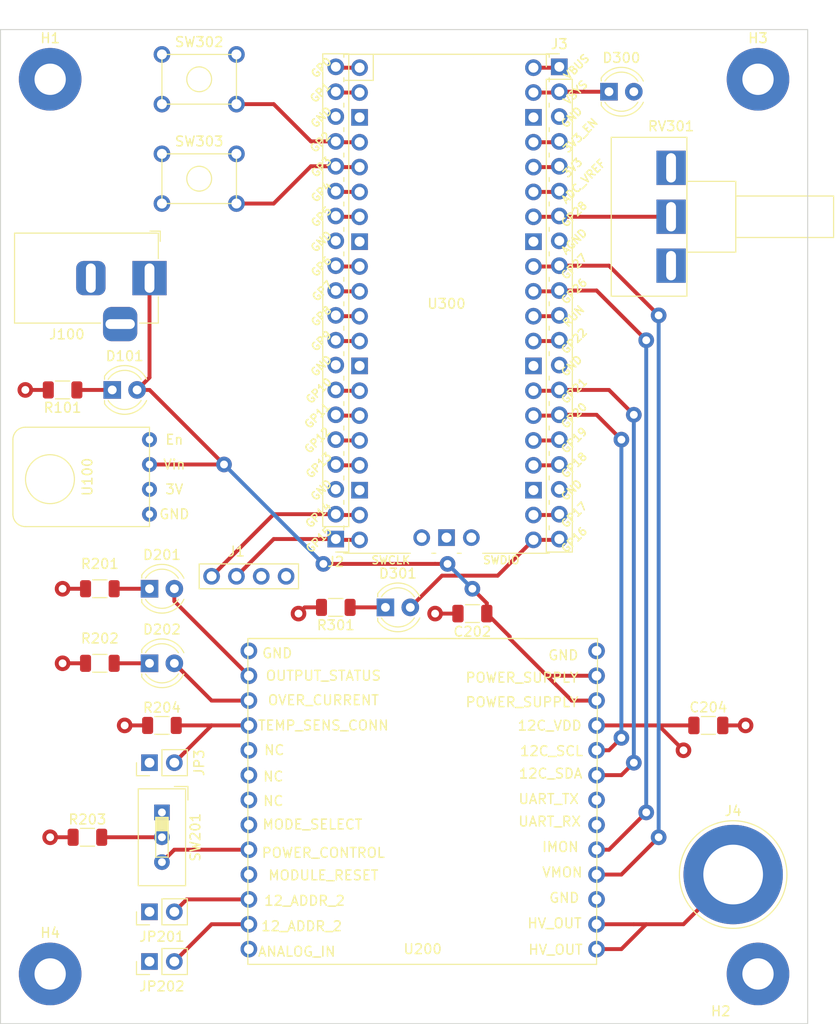
<source format=kicad_pcb>
(kicad_pcb (version 20171130) (host pcbnew "(5.1.10)-1")
  (layers (0 F.Cu signal) (1 GND power hide) (2 PWR power) (31 B.Cu signal) (34 B.Paste user) (35 F.Paste user) (36 B.SilkS user) (37 F.SilkS user) (38 B.Mask user) (39 F.Mask user) (44 Edge.Cuts user))
  (net 0 "")
  (net 1 GND)
  (net 2 VSS)
  (net 3 VCC)
  (net 4 "Net-(D101-Pad1)")
  (net 5 "Net-(D201-Pad2)")
  (net 6 "Net-(D201-Pad1)")
  (net 7 "Net-(D202-Pad2)")
  (net 8 "Net-(D202-Pad1)")
  (net 9 "Net-(D300-Pad1)")
  (net 10 "Net-(D301-Pad2)")
  (net 11 "Net-(D301-Pad1)")
  (net 12 "Net-(J1-Pad4)")
  (net 13 "Net-(J1-Pad3)")
  (net 14 "Net-(JP3-Pad2)")
  (net 15 "Net-(JP201-Pad2)")
  (net 16 "Net-(JP202-Pad2)")
  (net 17 "Net-(R203-Pad2)")
  (net 18 "Net-(SW201-Pad2)")
  (net 19 "Net-(U100-Pad1)")
  (net 20 "Net-(U200-Pad19)")
  (net 21 "Net-(U200-Pad20)")
  (net 22 "Net-(U200-Pad13)")
  (net 23 "Net-(U200-Pad10)")
  (net 24 "Net-(U200-Pad7)")
  (net 25 "Net-(U200-Pad6)")
  (net 26 "Net-(U200-Pad5)")
  (net 27 "Net-(U300-Pad43)")
  (net 28 "Net-(U300-Pad42)")
  (net 29 "Net-(U300-Pad41)")
  (net 30 "Net-(J2-Pad20)")
  (net 31 "Net-(J2-Pad19)")
  (net 32 "Net-(J2-Pad17)")
  (net 33 "Net-(J2-Pad16)")
  (net 34 "Net-(J2-Pad15)")
  (net 35 "Net-(J2-Pad14)")
  (net 36 "Net-(J2-Pad12)")
  (net 37 "Net-(J2-Pad11)")
  (net 38 "Net-(J2-Pad10)")
  (net 39 "Net-(J2-Pad9)")
  (net 40 "Net-(J2-Pad7)")
  (net 41 "Net-(J2-Pad6)")
  (net 42 "Net-(J2-Pad5)")
  (net 43 "Net-(J2-Pad4)")
  (net 44 "Net-(J3-Pad19)")
  (net 45 "Net-(J3-Pad17)")
  (net 46 "Net-(J3-Pad16)")
  (net 47 "Net-(J3-Pad15)")
  (net 48 "Net-(J3-Pad14)")
  (net 49 "Net-(J3-Pad12)")
  (net 50 "Net-(J3-Pad11)")
  (net 51 "Net-(J3-Pad10)")
  (net 52 "Net-(J3-Pad9)")
  (net 53 "Net-(J3-Pad7)")
  (net 54 "Net-(J3-Pad6)")
  (net 55 "Net-(J3-Pad5)")
  (net 56 "Net-(J3-Pad4)")
  (net 57 "Net-(J3-Pad1)")
  (net 58 "Net-(J4-Pad1)")
  (module MountingHole:MountingHole_3.2mm_M3_Pad (layer F.Cu) (at 68.58 152.4)
    (fp_text reference H4 (at 0 -4.2) (layer F.SilkS))
    (fp_text value MountingHole_Pad)
    (pad 1 thru_hole circle (at 0 0) (size 6.4 6.4) (drill 3.2) (layers *.Cu *.Mask) (net 1 GND))
  )
  (module MountingHole:MountingHole_3.2mm_M3_Pad (layer F.Cu) (at 140.97 60.96)
    (fp_text reference H3 (at 0 -4.2) (layer F.SilkS))
    (fp_text value MountingHole_Pad)
    (pad 1 thru_hole circle (at 0 0) (size 6.4 6.4) (drill 3.2) (layers *.Cu *.Mask) (net 1 GND))
  )
  (module MountingHole:MountingHole_3.2mm_M3_Pad (layer F.Cu) (at 140.97 152.4)
    (fp_text reference H2 (at -3.81 3.81) (layer F.SilkS))
    (fp_text value MountingHole_Pad)
    (pad 1 thru_hole circle (at 0 0) (size 6.4 6.4) (drill 3.2) (layers *.Cu *.Mask) (net 1 GND))
  )
  (module MountingHole:MountingHole_3.2mm_M3_Pad (layer F.Cu) (at 68.58 60.96)
    (fp_text reference H1 (at 0 -4.2) (layer F.SilkS))
    (fp_text value MountingHole_Pad)
    (pad 1 thru_hole circle (at 0 0) (size 6.4 6.4) (drill 3.2) (layers *.Cu *.Mask) (net 1 GND))
  )
  (module A7585-test-board:PUSH_BUTTON (layer F.Cu) (at 82.55 71.12 90)
    (fp_text reference SW303 (at 3.81 1.27 180) (layer F.SilkS))
    (fp_text value SW_Push_SPDT)
    (pad 2 thru_hole oval (at -2.54 5.08 90) (size 1.7 1.7) (drill 1.02) (layers *.Cu *.Mask) (net 33 "Net-(J2-Pad16)"))
    (pad 3 thru_hole oval (at 2.54 5.08 90) (size 1.7 1.7) (drill 1.02) (layers *.Cu *.Mask) (net 3 VCC))
    (pad 4 thru_hole oval (at 2.54 -2.54 90) (size 1.7 1.7) (drill 1.02) (layers *.Cu *.Mask))
    (pad 1 thru_hole oval (at -2.54 -2.54 90) (size 1.7 1.7) (drill 1.02) (layers *.Cu *.Mask) (net 1 GND))
  )
  (module A7585-test-board:PUSH_BUTTON (layer F.Cu) (at 82.55 60.96 90)
    (fp_text reference SW302 (at 3.81 1.27 180) (layer F.SilkS))
    (fp_text value SW_Push_SPDT)
    (pad 2 thru_hole oval (at -2.54 5.08 90) (size 1.7 1.7) (drill 1.02) (layers *.Cu *.Mask) (net 32 "Net-(J2-Pad17)"))
    (pad 3 thru_hole oval (at 2.54 5.08 90) (size 1.7 1.7) (drill 1.02) (layers *.Cu *.Mask) (net 3 VCC))
    (pad 4 thru_hole oval (at 2.54 -2.54 90) (size 1.7 1.7) (drill 1.02) (layers *.Cu *.Mask))
    (pad 1 thru_hole oval (at -2.54 -2.54 90) (size 1.7 1.7) (drill 1.02) (layers *.Cu *.Mask) (net 1 GND))
  )
  (module A7585-test-board:A7585D_Board (layer F.Cu) (at 106.68 134.62)
    (fp_text reference U200 (at 0 15.24) (layer F.SilkS))
    (fp_text value A7585D)
    (fp_text user HV_OUT (at 13.58 15.3) (layer F.SilkS))
    (fp_text user HV_OUT (at 13.48 12.6) (layer F.SilkS))
    (fp_text user GND (at 14.48 10) (layer F.SilkS))
    (fp_text user VMON (at 14.28 7.4) (layer F.SilkS))
    (fp_text user IMON (at 14.08 4.8) (layer F.SilkS))
    (fp_text user UART_RX (at 12.98 2.2) (layer F.SilkS))
    (fp_text user UART_TX (at 12.88 -0.1) (layer F.SilkS))
    (fp_text user 12C_SDA (at 13.08 -2.7) (layer F.SilkS))
    (fp_text user 12C_SCL (at 13.18 -5) (layer F.SilkS))
    (fp_text user 12C_VDD (at 12.98 -7.6) (layer F.SilkS))
    (fp_text user POWER_SUPPLY (at 10.16 -10) (layer F.SilkS))
    (fp_text user POWER_SUPPLY (at 10.16 -12.5) (layer F.SilkS))
    (fp_text user GND (at 14.38 -14.8) (layer F.SilkS))
    (fp_text user MODE_SELECT (at -11.28 2.5) (layer F.SilkS))
    (fp_text user POWER_CONTROL (at -10.16 5.4) (layer F.SilkS))
    (fp_text user MODULE_RESET (at -10.16 7.7) (layer F.SilkS))
    (fp_text user 12_ADDR_2 (at -12.08 10.3) (layer F.SilkS))
    (fp_text user 12_ADDR_2 (at -12.38 12.9) (layer F.SilkS))
    (fp_text user ANALOG_IN (at -12.88 15.5) (layer F.SilkS))
    (fp_text user NC (at -15.28 0.1) (layer F.SilkS))
    (fp_text user NC (at -15.28 -2.4) (layer F.SilkS))
    (fp_text user NC (at -15.18 -5.1) (layer F.SilkS))
    (fp_text user TEMP_SENS_CONN (at -10.16 -7.62) (layer F.SilkS))
    (fp_text user OVER_CURRENT (at -10.16 -10.2) (layer F.SilkS))
    (fp_text user OUTPUT_STATUS (at -10.16 -12.7) (layer F.SilkS))
    (fp_text user GND (at -14.88 -15) (layer F.SilkS))
    (pad 26 thru_hole circle (at 17.78 -15.24) (size 1.7 1.7) (drill 1) (layers *.Cu *.Mask) (net 1 GND))
    (pad 25 thru_hole circle (at 17.78 -12.7) (size 1.7 1.7) (drill 1) (layers *.Cu *.Mask) (net 2 VSS))
    (pad 24 thru_hole circle (at 17.78 -10.16) (size 1.7 1.7) (drill 1) (layers *.Cu *.Mask) (net 2 VSS))
    (pad 23 thru_hole circle (at 17.78 -7.62) (size 1.7 1.7) (drill 1) (layers *.Cu *.Mask) (net 3 VCC))
    (pad 22 thru_hole circle (at 17.78 -5.08) (size 1.7 1.7) (drill 1) (layers *.Cu *.Mask) (net 47 "Net-(J3-Pad15)"))
    (pad 21 thru_hole circle (at 17.78 -2.54) (size 1.7 1.7) (drill 1) (layers *.Cu *.Mask) (net 48 "Net-(J3-Pad14)"))
    (pad 20 thru_hole circle (at 17.78 0) (size 1.7 1.7) (drill 1) (layers *.Cu *.Mask) (net 21 "Net-(U200-Pad20)"))
    (pad 19 thru_hole circle (at 17.78 2.54) (size 1.7 1.7) (drill 1) (layers *.Cu *.Mask) (net 20 "Net-(U200-Pad19)"))
    (pad 18 thru_hole circle (at 17.78 5.08) (size 1.7 1.7) (drill 1) (layers *.Cu *.Mask) (net 51 "Net-(J3-Pad10)"))
    (pad 17 thru_hole circle (at 17.78 7.62) (size 1.7 1.7) (drill 1) (layers *.Cu *.Mask) (net 52 "Net-(J3-Pad9)"))
    (pad 16 thru_hole circle (at 17.78 10.16) (size 1.7 1.7) (drill 1) (layers *.Cu *.Mask) (net 1 GND))
    (pad 15 thru_hole circle (at 17.78 12.7) (size 1.7 1.7) (drill 1) (layers *.Cu *.Mask) (net 58 "Net-(J4-Pad1)"))
    (pad 14 thru_hole circle (at 17.78 15.24) (size 1.7 1.7) (drill 1) (layers *.Cu *.Mask) (net 58 "Net-(J4-Pad1)"))
    (pad 13 thru_hole circle (at -17.78 15.24) (size 1.7 1.7) (drill 1) (layers *.Cu *.Mask) (net 22 "Net-(U200-Pad13)"))
    (pad 12 thru_hole circle (at -17.78 12.7) (size 1.7 1.7) (drill 1) (layers *.Cu *.Mask) (net 16 "Net-(JP202-Pad2)"))
    (pad 11 thru_hole circle (at -17.78 10.16) (size 1.7 1.7) (drill 1) (layers *.Cu *.Mask) (net 15 "Net-(JP201-Pad2)"))
    (pad 10 thru_hole circle (at -17.78 7.62) (size 1.7 1.7) (drill 1) (layers *.Cu *.Mask) (net 23 "Net-(U200-Pad10)"))
    (pad 9 thru_hole circle (at -17.78 5.08) (size 1.7 1.7) (drill 1) (layers *.Cu *.Mask) (net 18 "Net-(SW201-Pad2)"))
    (pad 8 thru_hole circle (at -17.78 2.54) (size 1.7 1.7) (drill 1) (layers *.Cu *.Mask) (net 1 GND))
    (pad 7 thru_hole circle (at -17.78 0) (size 1.7 1.7) (drill 1) (layers *.Cu *.Mask) (net 24 "Net-(U200-Pad7)"))
    (pad 6 thru_hole circle (at -17.78 -2.54) (size 1.7 1.7) (drill 1) (layers *.Cu *.Mask) (net 25 "Net-(U200-Pad6)"))
    (pad 5 thru_hole circle (at -17.78 -5.08) (size 1.7 1.7) (drill 1) (layers *.Cu *.Mask) (net 26 "Net-(U200-Pad5)"))
    (pad 4 thru_hole circle (at -17.78 -7.62) (size 1.7 1.7) (drill 1) (layers *.Cu *.Mask) (net 14 "Net-(JP3-Pad2)"))
    (pad 3 thru_hole circle (at -17.78 -10.16) (size 1.7 1.7) (drill 1) (layers *.Cu *.Mask) (net 7 "Net-(D202-Pad2)"))
    (pad 2 thru_hole circle (at -17.78 -12.7) (size 1.7 1.7) (drill 1) (layers *.Cu *.Mask) (net 5 "Net-(D201-Pad2)"))
    (pad 1 thru_hole circle (at -17.78 -15.24) (size 1.7 1.7) (drill 1) (layers *.Cu *.Mask) (net 1 GND))
  )
  (module A7585-test-board:Potentiometer_Piher_T-16H_Single_Horizontal (layer F.Cu) (at 132.08 80.01)
    (fp_text reference RV301 (at 0 -14.25) (layer F.SilkS))
    (fp_text value R_POT_US)
    (pad 1 thru_hole rect (at 0 0) (size 3 3.5) (drill oval 1 3) (layers *.Cu *.Mask) (net 3 VCC))
    (pad 2 thru_hole rect (at 0 -5) (size 3 3.5) (drill oval 1 3) (layers *.Cu *.Mask) (net 53 "Net-(J3-Pad7)"))
    (pad 3 thru_hole rect (at 0 -10) (size 3 3.5) (drill oval 1 3) (layers *.Cu *.Mask) (net 1 GND))
  )
  (module Connector:Banana_Jack_1Pin (layer F.Cu) (at 138.43 142.24)
    (fp_text reference J4 (at 0 -6.5) (layer F.SilkS))
    (fp_text value Conn_Coaxial_Power)
    (pad 1 thru_hole circle (at 0 0) (size 10.16 10.16) (drill 6.1) (layers *.Cu *.Mask) (net 58 "Net-(J4-Pad1)"))
  )
  (module LED_THT:LED_D4.0mm (layer F.Cu) (at 102.87 114.935)
    (fp_text reference D301 (at 1.27 -3.46) (layer F.SilkS))
    (fp_text value LED)
    (pad 2 thru_hole circle (at 2.54 0) (size 1.8 1.8) (drill 0.9) (layers *.Cu *.Mask) (net 10 "Net-(D301-Pad2)"))
    (pad 1 thru_hole rect (at 0 0) (size 1.8 1.8) (drill 0.9) (layers *.Cu *.Mask) (net 11 "Net-(D301-Pad1)"))
  )
  (module LED_THT:LED_D4.0mm (layer F.Cu) (at 125.73 62.23)
    (fp_text reference D300 (at 1.27 -3.46) (layer F.SilkS))
    (fp_text value Schottky)
    (pad 2 thru_hole circle (at 2.54 0) (size 1.8 1.8) (drill 0.9) (layers *.Cu *.Mask) (net 3 VCC))
    (pad 1 thru_hole rect (at 0 0) (size 1.8 1.8) (drill 0.9) (layers *.Cu *.Mask) (net 9 "Net-(D300-Pad1)"))
  )
  (module LED_THT:LED_D4.0mm (layer F.Cu) (at 78.74 120.65)
    (fp_text reference D202 (at 1.27 -3.46) (layer F.SilkS))
    (fp_text value LED)
    (pad 2 thru_hole circle (at 2.54 0) (size 1.8 1.8) (drill 0.9) (layers *.Cu *.Mask) (net 7 "Net-(D202-Pad2)"))
    (pad 1 thru_hole rect (at 0 0) (size 1.8 1.8) (drill 0.9) (layers *.Cu *.Mask) (net 8 "Net-(D202-Pad1)"))
  )
  (module LED_THT:LED_D4.0mm (layer F.Cu) (at 78.74 113.03)
    (fp_text reference D201 (at 1.27 -3.46) (layer F.SilkS))
    (fp_text value LED)
    (pad 2 thru_hole circle (at 2.54 0) (size 1.8 1.8) (drill 0.9) (layers *.Cu *.Mask) (net 5 "Net-(D201-Pad2)"))
    (pad 1 thru_hole rect (at 0 0) (size 1.8 1.8) (drill 0.9) (layers *.Cu *.Mask) (net 6 "Net-(D201-Pad1)"))
  )
  (module LED_THT:LED_D4.0mm (layer F.Cu) (at 74.93 92.71)
    (fp_text reference D101 (at 1.27 -3.46) (layer F.SilkS))
    (fp_text value LED)
    (pad 2 thru_hole circle (at 2.54 0) (size 1.8 1.8) (drill 0.9) (layers *.Cu *.Mask) (net 2 VSS))
    (pad 1 thru_hole rect (at 0 0) (size 1.8 1.8) (drill 0.9) (layers *.Cu *.Mask) (net 4 "Net-(D101-Pad1)"))
  )
  (module A7585-test-board:RPi_Pico_SMD_TH (layer F.Cu) (at 109.115 83.905)
    (fp_text reference U300 (at 0 0) (layer F.SilkS))
    (fp_text value Pico)
    (fp_text user GP1 (at -12.9 -21.6 45) (layer F.SilkS) (effects (font (size 0.8 0.8))))
    (fp_text user GP2 (at -12.9 -16.51 45) (layer F.SilkS) (effects (font (size 0.8 0.8))))
    (fp_text user GP0 (at -12.8 -24.13 45) (layer F.SilkS) (effects (font (size 0.8 0.8))))
    (fp_text user GP3 (at -12.8 -13.97 45) (layer F.SilkS) (effects (font (size 0.8 0.8))))
    (fp_text user GP4 (at -12.8 -11.43 45) (layer F.SilkS) (effects (font (size 0.8 0.8))))
    (fp_text user GP5 (at -12.8 -8.89 45) (layer F.SilkS) (effects (font (size 0.8 0.8))))
    (fp_text user GP6 (at -12.8 -3.81 45) (layer F.SilkS) (effects (font (size 0.8 0.8))))
    (fp_text user GP7 (at -12.7 -1.3 45) (layer F.SilkS) (effects (font (size 0.8 0.8))))
    (fp_text user GP8 (at -12.8 1.27 45) (layer F.SilkS) (effects (font (size 0.8 0.8))))
    (fp_text user GP9 (at -12.8 3.81 45) (layer F.SilkS) (effects (font (size 0.8 0.8))))
    (fp_text user GP10 (at -13.054 8.89 45) (layer F.SilkS) (effects (font (size 0.8 0.8))))
    (fp_text user GP11 (at -13.2 11.43 45) (layer F.SilkS) (effects (font (size 0.8 0.8))))
    (fp_text user GP12 (at -13.2 13.97 45) (layer F.SilkS) (effects (font (size 0.8 0.8))))
    (fp_text user GP13 (at -13.054 16.51 45) (layer F.SilkS) (effects (font (size 0.8 0.8))))
    (fp_text user GP14 (at -13.1 21.59 45) (layer F.SilkS) (effects (font (size 0.8 0.8))))
    (fp_text user GP15 (at -13.054 24.13 45) (layer F.SilkS) (effects (font (size 0.8 0.8))))
    (fp_text user GP16 (at 13.054 24.13 45) (layer F.SilkS) (effects (font (size 0.8 0.8))))
    (fp_text user GP17 (at 13.054 21.59 45) (layer F.SilkS) (effects (font (size 0.8 0.8))))
    (fp_text user GP18 (at 13.054 16.51 45) (layer F.SilkS) (effects (font (size 0.8 0.8))))
    (fp_text user GP19 (at 13.054 13.97 45) (layer F.SilkS) (effects (font (size 0.8 0.8))))
    (fp_text user GP20 (at 13.054 11.43 45) (layer F.SilkS) (effects (font (size 0.8 0.8))))
    (fp_text user GP21 (at 13.054 8.9 45) (layer F.SilkS) (effects (font (size 0.8 0.8))))
    (fp_text user GP22 (at 13.054 3.81 45) (layer F.SilkS) (effects (font (size 0.8 0.8))))
    (fp_text user RUN (at 13 1.27 45) (layer F.SilkS) (effects (font (size 0.8 0.8))))
    (fp_text user GP26 (at 13.054 -1.27 45) (layer F.SilkS) (effects (font (size 0.8 0.8))))
    (fp_text user GP27 (at 13.054 -3.8 45) (layer F.SilkS) (effects (font (size 0.8 0.8))))
    (fp_text user GP28 (at 13.054 -9.144 45) (layer F.SilkS) (effects (font (size 0.8 0.8))))
    (fp_text user ADC_VREF (at 14 -12.5 45) (layer F.SilkS) (effects (font (size 0.8 0.8))))
    (fp_text user 3V3 (at 12.9 -13.9 45) (layer F.SilkS) (effects (font (size 0.8 0.8))))
    (fp_text user 3V3_EN (at 13.7 -17.2 45) (layer F.SilkS) (effects (font (size 0.8 0.8))))
    (fp_text user VSYS (at 13.2 -21.59 45) (layer F.SilkS) (effects (font (size 0.8 0.8))))
    (fp_text user VBUS (at 13.3 -24.2 45) (layer F.SilkS) (effects (font (size 0.8 0.8))))
    (fp_text user GND (at -12.8 -19.05 45) (layer F.SilkS) (effects (font (size 0.8 0.8))))
    (fp_text user GND (at -12.8 -6.35 45) (layer F.SilkS) (effects (font (size 0.8 0.8))))
    (fp_text user GND (at -12.8 6.35 45) (layer F.SilkS) (effects (font (size 0.8 0.8))))
    (fp_text user GND (at -12.8 19.05 45) (layer F.SilkS) (effects (font (size 0.8 0.8))))
    (fp_text user GND (at 12.8 19.05 45) (layer F.SilkS) (effects (font (size 0.8 0.8))))
    (fp_text user GND (at 12.8 6.35 45) (layer F.SilkS) (effects (font (size 0.8 0.8))))
    (fp_text user GND (at 12.8 -19.05 45) (layer F.SilkS) (effects (font (size 0.8 0.8))))
    (fp_text user AGND (at 13.054 -6.35 45) (layer F.SilkS) (effects (font (size 0.8 0.8))))
    (fp_text user SWCLK (at -5.7 26.2) (layer F.SilkS) (effects (font (size 0.8 0.8))))
    (fp_text user SWDIO (at 5.6 26.2) (layer F.SilkS) (effects (font (size 0.8 0.8))))
    (pad 1 thru_hole oval (at -8.89 -24.13) (size 1.7 1.7) (drill 1.02) (layers *.Cu *.Mask) (net 30 "Net-(J2-Pad20)"))
    (pad 2 thru_hole oval (at -8.89 -21.59) (size 1.7 1.7) (drill 1.02) (layers *.Cu *.Mask) (net 31 "Net-(J2-Pad19)"))
    (pad 3 thru_hole rect (at -8.89 -19.05) (size 1.7 1.7) (drill 1.02) (layers *.Cu *.Mask) (net 1 GND))
    (pad 4 thru_hole oval (at -8.89 -16.51) (size 1.7 1.7) (drill 1.02) (layers *.Cu *.Mask) (net 32 "Net-(J2-Pad17)"))
    (pad 5 thru_hole oval (at -8.89 -13.97) (size 1.7 1.7) (drill 1.02) (layers *.Cu *.Mask) (net 33 "Net-(J2-Pad16)"))
    (pad 6 thru_hole oval (at -8.89 -11.43) (size 1.7 1.7) (drill 1.02) (layers *.Cu *.Mask) (net 34 "Net-(J2-Pad15)"))
    (pad 7 thru_hole oval (at -8.89 -8.89) (size 1.7 1.7) (drill 1.02) (layers *.Cu *.Mask) (net 35 "Net-(J2-Pad14)"))
    (pad 8 thru_hole rect (at -8.89 -6.35) (size 1.7 1.7) (drill 1.02) (layers *.Cu *.Mask) (net 1 GND))
    (pad 9 thru_hole oval (at -8.89 -3.81) (size 1.7 1.7) (drill 1.02) (layers *.Cu *.Mask) (net 36 "Net-(J2-Pad12)"))
    (pad 10 thru_hole oval (at -8.89 -1.27) (size 1.7 1.7) (drill 1.02) (layers *.Cu *.Mask) (net 37 "Net-(J2-Pad11)"))
    (pad 11 thru_hole oval (at -8.89 1.27) (size 1.7 1.7) (drill 1.02) (layers *.Cu *.Mask) (net 38 "Net-(J2-Pad10)"))
    (pad 12 thru_hole oval (at -8.89 3.81) (size 1.7 1.7) (drill 1.02) (layers *.Cu *.Mask) (net 39 "Net-(J2-Pad9)"))
    (pad 13 thru_hole rect (at -8.89 6.35) (size 1.7 1.7) (drill 1.02) (layers *.Cu *.Mask) (net 1 GND))
    (pad 14 thru_hole oval (at -8.89 8.89) (size 1.7 1.7) (drill 1.02) (layers *.Cu *.Mask) (net 40 "Net-(J2-Pad7)"))
    (pad 15 thru_hole oval (at -8.89 11.43) (size 1.7 1.7) (drill 1.02) (layers *.Cu *.Mask) (net 41 "Net-(J2-Pad6)"))
    (pad 16 thru_hole oval (at -8.89 13.97) (size 1.7 1.7) (drill 1.02) (layers *.Cu *.Mask) (net 42 "Net-(J2-Pad5)"))
    (pad 17 thru_hole oval (at -8.89 16.51) (size 1.7 1.7) (drill 1.02) (layers *.Cu *.Mask) (net 43 "Net-(J2-Pad4)"))
    (pad 18 thru_hole rect (at -8.89 19.05) (size 1.7 1.7) (drill 1.02) (layers *.Cu *.Mask) (net 1 GND))
    (pad 19 thru_hole oval (at -8.89 21.59) (size 1.7 1.7) (drill 1.02) (layers *.Cu *.Mask) (net 12 "Net-(J1-Pad4)"))
    (pad 20 thru_hole oval (at -8.89 24.13) (size 1.7 1.7) (drill 1.02) (layers *.Cu *.Mask) (net 13 "Net-(J1-Pad3)"))
    (pad 21 thru_hole oval (at 8.89 24.13) (size 1.7 1.7) (drill 1.02) (layers *.Cu *.Mask) (net 10 "Net-(D301-Pad2)"))
    (pad 22 thru_hole oval (at 8.89 21.59) (size 1.7 1.7) (drill 1.02) (layers *.Cu *.Mask) (net 44 "Net-(J3-Pad19)"))
    (pad 23 thru_hole rect (at 8.89 19.05) (size 1.7 1.7) (drill 1.02) (layers *.Cu *.Mask) (net 1 GND))
    (pad 24 thru_hole oval (at 8.89 16.51) (size 1.7 1.7) (drill 1.02) (layers *.Cu *.Mask) (net 45 "Net-(J3-Pad17)"))
    (pad 25 thru_hole oval (at 8.89 13.97) (size 1.7 1.7) (drill 1.02) (layers *.Cu *.Mask) (net 46 "Net-(J3-Pad16)"))
    (pad 26 thru_hole oval (at 8.89 11.43) (size 1.7 1.7) (drill 1.02) (layers *.Cu *.Mask) (net 47 "Net-(J3-Pad15)"))
    (pad 27 thru_hole oval (at 8.89 8.89) (size 1.7 1.7) (drill 1.02) (layers *.Cu *.Mask) (net 48 "Net-(J3-Pad14)"))
    (pad 28 thru_hole rect (at 8.89 6.35) (size 1.7 1.7) (drill 1.02) (layers *.Cu *.Mask) (net 1 GND))
    (pad 29 thru_hole oval (at 8.89 3.81) (size 1.7 1.7) (drill 1.02) (layers *.Cu *.Mask) (net 49 "Net-(J3-Pad12)"))
    (pad 30 thru_hole oval (at 8.89 1.27) (size 1.7 1.7) (drill 1.02) (layers *.Cu *.Mask) (net 50 "Net-(J3-Pad11)"))
    (pad 31 thru_hole oval (at 8.89 -1.27) (size 1.7 1.7) (drill 1.02) (layers *.Cu *.Mask) (net 51 "Net-(J3-Pad10)"))
    (pad 32 thru_hole oval (at 8.89 -3.81) (size 1.7 1.7) (drill 1.02) (layers *.Cu *.Mask) (net 52 "Net-(J3-Pad9)"))
    (pad 33 thru_hole rect (at 8.89 -6.35) (size 1.7 1.7) (drill 1.02) (layers *.Cu *.Mask) (net 1 GND))
    (pad 34 thru_hole oval (at 8.89 -8.89) (size 1.7 1.7) (drill 1.02) (layers *.Cu *.Mask) (net 53 "Net-(J3-Pad7)"))
    (pad 35 thru_hole oval (at 8.89 -11.43) (size 1.7 1.7) (drill 1.02) (layers *.Cu *.Mask) (net 54 "Net-(J3-Pad6)"))
    (pad 36 thru_hole oval (at 8.89 -13.97) (size 1.7 1.7) (drill 1.02) (layers *.Cu *.Mask) (net 55 "Net-(J3-Pad5)"))
    (pad 37 thru_hole oval (at 8.89 -16.51) (size 1.7 1.7) (drill 1.02) (layers *.Cu *.Mask) (net 56 "Net-(J3-Pad4)"))
    (pad 38 thru_hole rect (at 8.89 -19.05) (size 1.7 1.7) (drill 1.02) (layers *.Cu *.Mask) (net 1 GND))
    (pad 39 thru_hole oval (at 8.89 -21.59) (size 1.7 1.7) (drill 1.02) (layers *.Cu *.Mask) (net 9 "Net-(D300-Pad1)"))
    (pad 40 thru_hole oval (at 8.89 -24.13) (size 1.7 1.7) (drill 1.02) (layers *.Cu *.Mask) (net 57 "Net-(J3-Pad1)"))
    (pad "" np_thru_hole oval (at -2.725 -24) (size 1.8 1.8) (drill 1.8) (layers *.Cu *.Mask))
    (pad "" np_thru_hole oval (at 2.725 -24) (size 1.8 1.8) (drill 1.8) (layers *.Cu *.Mask))
    (pad "" np_thru_hole oval (at -2.425 -20.97) (size 1.5 1.5) (drill 1.5) (layers *.Cu *.Mask))
    (pad "" np_thru_hole oval (at 2.425 -20.97) (size 1.5 1.5) (drill 1.5) (layers *.Cu *.Mask))
    (pad 41 thru_hole oval (at -2.54 23.9) (size 1.7 1.7) (drill 1.02) (layers *.Cu *.Mask) (net 29 "Net-(U300-Pad41)"))
    (pad 42 thru_hole rect (at 0 23.9) (size 1.7 1.7) (drill 1.02) (layers *.Cu *.Mask) (net 28 "Net-(U300-Pad42)"))
    (pad 43 thru_hole oval (at 2.54 23.9) (size 1.7 1.7) (drill 1.02) (layers *.Cu *.Mask) (net 27 "Net-(U300-Pad43)"))
  )
  (module Connector_PinHeader_2.54mm:PinHeader_1x20_P2.54mm_Vertical (layer F.Cu) (at 120.65 59.69)
    (fp_text reference J3 (at 0 -2.33) (layer F.SilkS))
    (fp_text value Conn_01x20)
    (pad 20 thru_hole oval (at 0 48.26) (size 1.7 1.7) (drill 1) (layers *.Cu *.Mask) (net 10 "Net-(D301-Pad2)"))
    (pad 19 thru_hole oval (at 0 45.72) (size 1.7 1.7) (drill 1) (layers *.Cu *.Mask) (net 44 "Net-(J3-Pad19)"))
    (pad 18 thru_hole oval (at 0 43.18) (size 1.7 1.7) (drill 1) (layers *.Cu *.Mask) (net 1 GND))
    (pad 17 thru_hole oval (at 0 40.64) (size 1.7 1.7) (drill 1) (layers *.Cu *.Mask) (net 45 "Net-(J3-Pad17)"))
    (pad 16 thru_hole oval (at 0 38.1) (size 1.7 1.7) (drill 1) (layers *.Cu *.Mask) (net 46 "Net-(J3-Pad16)"))
    (pad 15 thru_hole oval (at 0 35.56) (size 1.7 1.7) (drill 1) (layers *.Cu *.Mask) (net 47 "Net-(J3-Pad15)"))
    (pad 14 thru_hole oval (at 0 33.02) (size 1.7 1.7) (drill 1) (layers *.Cu *.Mask) (net 48 "Net-(J3-Pad14)"))
    (pad 13 thru_hole oval (at 0 30.48) (size 1.7 1.7) (drill 1) (layers *.Cu *.Mask) (net 1 GND))
    (pad 12 thru_hole oval (at 0 27.94) (size 1.7 1.7) (drill 1) (layers *.Cu *.Mask) (net 49 "Net-(J3-Pad12)"))
    (pad 11 thru_hole oval (at 0 25.4) (size 1.7 1.7) (drill 1) (layers *.Cu *.Mask) (net 50 "Net-(J3-Pad11)"))
    (pad 10 thru_hole oval (at 0 22.86) (size 1.7 1.7) (drill 1) (layers *.Cu *.Mask) (net 51 "Net-(J3-Pad10)"))
    (pad 9 thru_hole oval (at 0 20.32) (size 1.7 1.7) (drill 1) (layers *.Cu *.Mask) (net 52 "Net-(J3-Pad9)"))
    (pad 8 thru_hole oval (at 0 17.78) (size 1.7 1.7) (drill 1) (layers *.Cu *.Mask) (net 1 GND))
    (pad 7 thru_hole oval (at 0 15.24) (size 1.7 1.7) (drill 1) (layers *.Cu *.Mask) (net 53 "Net-(J3-Pad7)"))
    (pad 6 thru_hole oval (at 0 12.7) (size 1.7 1.7) (drill 1) (layers *.Cu *.Mask) (net 54 "Net-(J3-Pad6)"))
    (pad 5 thru_hole oval (at 0 10.16) (size 1.7 1.7) (drill 1) (layers *.Cu *.Mask) (net 55 "Net-(J3-Pad5)"))
    (pad 4 thru_hole oval (at 0 7.62) (size 1.7 1.7) (drill 1) (layers *.Cu *.Mask) (net 56 "Net-(J3-Pad4)"))
    (pad 3 thru_hole oval (at 0 5.08) (size 1.7 1.7) (drill 1) (layers *.Cu *.Mask) (net 1 GND))
    (pad 2 thru_hole oval (at 0 2.54) (size 1.7 1.7) (drill 1) (layers *.Cu *.Mask) (net 9 "Net-(D300-Pad1)"))
    (pad 1 thru_hole rect (at 0 0) (size 1.7 1.7) (drill 1) (layers *.Cu *.Mask) (net 57 "Net-(J3-Pad1)"))
  )
  (module Connector_PinHeader_2.54mm:PinHeader_1x20_P2.54mm_Vertical (layer F.Cu) (at 97.79 107.95 180)
    (fp_text reference J2 (at 0 -2.33) (layer F.SilkS))
    (fp_text value Conn_01x20)
    (pad 20 thru_hole oval (at 0 48.26 180) (size 1.7 1.7) (drill 1) (layers *.Cu *.Mask) (net 30 "Net-(J2-Pad20)"))
    (pad 19 thru_hole oval (at 0 45.72 180) (size 1.7 1.7) (drill 1) (layers *.Cu *.Mask) (net 31 "Net-(J2-Pad19)"))
    (pad 18 thru_hole oval (at 0 43.18 180) (size 1.7 1.7) (drill 1) (layers *.Cu *.Mask) (net 1 GND))
    (pad 17 thru_hole oval (at 0 40.64 180) (size 1.7 1.7) (drill 1) (layers *.Cu *.Mask) (net 32 "Net-(J2-Pad17)"))
    (pad 16 thru_hole oval (at 0 38.1 180) (size 1.7 1.7) (drill 1) (layers *.Cu *.Mask) (net 33 "Net-(J2-Pad16)"))
    (pad 15 thru_hole oval (at 0 35.56 180) (size 1.7 1.7) (drill 1) (layers *.Cu *.Mask) (net 34 "Net-(J2-Pad15)"))
    (pad 14 thru_hole oval (at 0 33.02 180) (size 1.7 1.7) (drill 1) (layers *.Cu *.Mask) (net 35 "Net-(J2-Pad14)"))
    (pad 13 thru_hole oval (at 0 30.48 180) (size 1.7 1.7) (drill 1) (layers *.Cu *.Mask) (net 1 GND))
    (pad 12 thru_hole oval (at 0 27.94 180) (size 1.7 1.7) (drill 1) (layers *.Cu *.Mask) (net 36 "Net-(J2-Pad12)"))
    (pad 11 thru_hole oval (at 0 25.4 180) (size 1.7 1.7) (drill 1) (layers *.Cu *.Mask) (net 37 "Net-(J2-Pad11)"))
    (pad 10 thru_hole oval (at 0 22.86 180) (size 1.7 1.7) (drill 1) (layers *.Cu *.Mask) (net 38 "Net-(J2-Pad10)"))
    (pad 9 thru_hole oval (at 0 20.32 180) (size 1.7 1.7) (drill 1) (layers *.Cu *.Mask) (net 39 "Net-(J2-Pad9)"))
    (pad 8 thru_hole oval (at 0 17.78 180) (size 1.7 1.7) (drill 1) (layers *.Cu *.Mask) (net 1 GND))
    (pad 7 thru_hole oval (at 0 15.24 180) (size 1.7 1.7) (drill 1) (layers *.Cu *.Mask) (net 40 "Net-(J2-Pad7)"))
    (pad 6 thru_hole oval (at 0 12.7 180) (size 1.7 1.7) (drill 1) (layers *.Cu *.Mask) (net 41 "Net-(J2-Pad6)"))
    (pad 5 thru_hole oval (at 0 10.16 180) (size 1.7 1.7) (drill 1) (layers *.Cu *.Mask) (net 42 "Net-(J2-Pad5)"))
    (pad 4 thru_hole oval (at 0 7.62 180) (size 1.7 1.7) (drill 1) (layers *.Cu *.Mask) (net 43 "Net-(J2-Pad4)"))
    (pad 3 thru_hole oval (at 0 5.08 180) (size 1.7 1.7) (drill 1) (layers *.Cu *.Mask) (net 1 GND))
    (pad 2 thru_hole oval (at 0 2.54 180) (size 1.7 1.7) (drill 1) (layers *.Cu *.Mask) (net 12 "Net-(J1-Pad4)"))
    (pad 1 thru_hole rect (at 0 0 180) (size 1.7 1.7) (drill 1) (layers *.Cu *.Mask) (net 13 "Net-(J1-Pad3)"))
  )
  (module A7585-test-board:MPM3610 (layer F.Cu) (at 73.66 100.33 90)
    (fp_text reference U100 (at -1.27 -1.27 90) (layer F.SilkS))
    (fp_text value MPM3610)
    (fp_text user En (at 2.54 7.62) (layer F.SilkS))
    (fp_text user Vin (at 0 7.62) (layer F.SilkS))
    (fp_text user 3V (at -2.54 7.62) (layer F.SilkS))
    (fp_text user GND (at -5.08 7.62 180) (layer F.SilkS))
    (pad 1 thru_hole circle (at 2.54 5.08 90) (size 1.524 1.524) (drill 0.762) (layers *.Cu *.Mask) (net 19 "Net-(U100-Pad1)"))
    (pad 2 thru_hole circle (at 0 5.08 90) (size 1.524 1.524) (drill 0.762) (layers *.Cu *.Mask) (net 2 VSS))
    (pad 3 thru_hole circle (at -2.54 5.08 90) (size 1.524 1.524) (drill 0.762) (layers *.Cu *.Mask) (net 3 VCC))
    (pad 4 thru_hole circle (at -5.08 5.08 90) (size 1.524 1.524) (drill 0.762) (layers *.Cu *.Mask) (net 1 GND))
  )
  (module A7585-test-board:SW_DIP_SPSTx01_Slide_9.78x4.72mm_W7.62mm_P2.54mm (layer F.Cu) (at 80.01 134.62 270)
    (fp_text reference SW201 (at 3.81 -3.42 90) (layer F.SilkS))
    (fp_text value SW_SPDT)
    (pad 3 thru_hole circle (at 3.81 0) (size 1.6 1.6) (drill 0.8) (layers *.Cu *.Mask) (net 17 "Net-(R203-Pad2)"))
    (pad 2 thru_hole oval (at 6.35 0 270) (size 1.6 1.6) (drill 0.8) (layers *.Cu *.Mask) (net 18 "Net-(SW201-Pad2)"))
    (pad 1 thru_hole rect (at 1.27 0 270) (size 1.6 1.6) (drill 0.8) (layers *.Cu *.Mask) (net 1 GND))
  )
  (module Resistor_SMD:R_1206_3216Metric (layer F.Cu) (at 97.79 114.935 180)
    (fp_text reference R301 (at 0 -1.82) (layer F.SilkS))
    (fp_text value 150)
    (pad 2 smd roundrect (at 1.4625 0 180) (size 1.125 1.75) (layers F.Cu F.Paste F.Mask) (roundrect_rratio 0.222222) (net 1 GND))
    (pad 1 smd roundrect (at -1.4625 0 180) (size 1.125 1.75) (layers F.Cu F.Paste F.Mask) (roundrect_rratio 0.222222) (net 11 "Net-(D301-Pad1)"))
  )
  (module Resistor_SMD:R_1206_3216Metric (layer F.Cu) (at 80.01 127)
    (fp_text reference R204 (at 0 -1.82) (layer F.SilkS))
    (fp_text value 10K)
    (pad 2 smd roundrect (at 1.4625 0) (size 1.125 1.75) (layers F.Cu F.Paste F.Mask) (roundrect_rratio 0.222222) (net 14 "Net-(JP3-Pad2)"))
    (pad 1 smd roundrect (at -1.4625 0) (size 1.125 1.75) (layers F.Cu F.Paste F.Mask) (roundrect_rratio 0.222222) (net 3 VCC))
  )
  (module Resistor_SMD:R_1206_3216Metric (layer F.Cu) (at 72.39 138.43)
    (fp_text reference R203 (at 0 -1.82) (layer F.SilkS))
    (fp_text value 10K)
    (pad 2 smd roundrect (at 1.4625 0) (size 1.125 1.75) (layers F.Cu F.Paste F.Mask) (roundrect_rratio 0.222222) (net 17 "Net-(R203-Pad2)"))
    (pad 1 smd roundrect (at -1.4625 0) (size 1.125 1.75) (layers F.Cu F.Paste F.Mask) (roundrect_rratio 0.222222) (net 3 VCC))
  )
  (module Resistor_SMD:R_1206_3216Metric (layer F.Cu) (at 73.66 120.65 180)
    (fp_text reference R202 (at 0 2.54) (layer F.SilkS))
    (fp_text value 150)
    (pad 2 smd roundrect (at 1.4625 0 180) (size 1.125 1.75) (layers F.Cu F.Paste F.Mask) (roundrect_rratio 0.222222) (net 1 GND))
    (pad 1 smd roundrect (at -1.4625 0 180) (size 1.125 1.75) (layers F.Cu F.Paste F.Mask) (roundrect_rratio 0.222222) (net 8 "Net-(D202-Pad1)"))
  )
  (module Resistor_SMD:R_1206_3216Metric (layer F.Cu) (at 73.66 113.03 180)
    (fp_text reference R201 (at 0 2.54) (layer F.SilkS))
    (fp_text value 150)
    (pad 2 smd roundrect (at 1.4625 0 180) (size 1.125 1.75) (layers F.Cu F.Paste F.Mask) (roundrect_rratio 0.222222) (net 1 GND))
    (pad 1 smd roundrect (at -1.4625 0 180) (size 1.125 1.75) (layers F.Cu F.Paste F.Mask) (roundrect_rratio 0.222222) (net 6 "Net-(D201-Pad1)"))
  )
  (module Resistor_SMD:R_1206_3216Metric (layer F.Cu) (at 69.85 92.71 180)
    (fp_text reference R101 (at 0 -1.82) (layer F.SilkS))
    (fp_text value 450)
    (pad 2 smd roundrect (at 1.4625 0 180) (size 1.125 1.75) (layers F.Cu F.Paste F.Mask) (roundrect_rratio 0.222222) (net 1 GND))
    (pad 1 smd roundrect (at -1.4625 0 180) (size 1.125 1.75) (layers F.Cu F.Paste F.Mask) (roundrect_rratio 0.222222) (net 4 "Net-(D101-Pad1)"))
  )
  (module Connector_PinHeader_2.54mm:PinHeader_1x02_P2.54mm_Vertical (layer F.Cu) (at 78.74 151.13 90)
    (fp_text reference JP202 (at -2.54 1.27 180) (layer F.SilkS))
    (fp_text value Jumper)
    (pad 2 thru_hole oval (at 0 2.54 90) (size 1.7 1.7) (drill 1) (layers *.Cu *.Mask) (net 16 "Net-(JP202-Pad2)"))
    (pad 1 thru_hole rect (at 0 0 90) (size 1.7 1.7) (drill 1) (layers *.Cu *.Mask) (net 1 GND))
  )
  (module Connector_PinHeader_2.54mm:PinHeader_1x02_P2.54mm_Vertical (layer F.Cu) (at 78.74 146.05 90)
    (fp_text reference JP201 (at -2.54 1.27 180) (layer F.SilkS))
    (fp_text value Jumper)
    (pad 2 thru_hole oval (at 0 2.54 90) (size 1.7 1.7) (drill 1) (layers *.Cu *.Mask) (net 15 "Net-(JP201-Pad2)"))
    (pad 1 thru_hole rect (at 0 0 90) (size 1.7 1.7) (drill 1) (layers *.Cu *.Mask) (net 1 GND))
  )
  (module Connector_PinHeader_2.54mm:PinHeader_1x02_P2.54mm_Vertical (layer F.Cu) (at 78.74 130.81 90)
    (fp_text reference JP3 (at 0 5.08 90) (layer F.SilkS))
    (fp_text value Jumper)
    (pad 2 thru_hole oval (at 0 2.54 90) (size 1.7 1.7) (drill 1) (layers *.Cu *.Mask) (net 14 "Net-(JP3-Pad2)"))
    (pad 1 thru_hole rect (at 0 0 90) (size 1.7 1.7) (drill 1) (layers *.Cu *.Mask) (net 1 GND))
  )
  (module Connector_BarrelJack:BarrelJack_Horizontal (layer F.Cu) (at 78.74 81.28)
    (fp_text reference J100 (at -8.45 5.75) (layer F.SilkS))
    (fp_text value Conn_Coaxial_Power)
    (pad 3 thru_hole roundrect (at -3 4.7) (size 3.5 3.5) (drill oval 3 1) (layers *.Cu *.Mask))
    (pad 2 thru_hole roundrect (at -6 0) (size 3 3.5) (drill oval 1 3) (layers *.Cu *.Mask) (net 1 GND))
    (pad 1 thru_hole rect (at 0 0) (size 3.5 3.5) (drill oval 1 3) (layers *.Cu *.Mask) (net 2 VSS))
  )
  (module A7585-test-board:Connector_Strip (layer F.Cu) (at 87.63 111.76 180)
    (fp_text reference J1 (at 0 2.54) (layer F.SilkS))
    (fp_text value Conn_01x04_Female)
    (pad 4 thru_hole oval (at 2.54 0 180) (size 1.7 1.7) (drill 1.02) (layers *.Cu *.Mask) (net 12 "Net-(J1-Pad4)"))
    (pad 3 thru_hole oval (at 0 0 180) (size 1.7 1.7) (drill 1.02) (layers *.Cu *.Mask) (net 13 "Net-(J1-Pad3)"))
    (pad 2 thru_hole oval (at -2.54 0 180) (size 1.7 1.7) (drill 1.02) (layers *.Cu *.Mask) (net 3 VCC))
    (pad 1 thru_hole circle (at -5.08 0 180) (size 1.7 1.7) (drill 1.02) (layers *.Cu *.Mask) (net 1 GND))
  )
  (module Capacitor_SMD:C_1206_3216Metric (layer F.Cu) (at 135.89 127)
    (fp_text reference C204 (at 0 -1.85) (layer F.SilkS))
    (fp_text value "0.1 uF")
    (pad 2 smd roundrect (at 1.475 0) (size 1.15 1.8) (layers F.Cu F.Paste F.Mask) (roundrect_rratio 0.217391) (net 1 GND))
    (pad 1 smd roundrect (at -1.475 0) (size 1.15 1.8) (layers F.Cu F.Paste F.Mask) (roundrect_rratio 0.217391) (net 3 VCC))
  )
  (module Capacitor_SMD:C_1206_3216Metric (layer F.Cu) (at 111.76 115.57 180)
    (fp_text reference C202 (at 0 -1.85) (layer F.SilkS))
    (fp_text value "0.1 uF")
    (pad 2 smd roundrect (at 1.475 0 180) (size 1.15 1.8) (layers F.Cu F.Paste F.Mask) (roundrect_rratio 0.217391) (net 1 GND))
    (pad 1 smd roundrect (at -1.475 0 180) (size 1.15 1.8) (layers F.Cu F.Paste F.Mask) (roundrect_rratio 0.217391) (net 2 VSS))
  )
  (gr_line (start 146.05 55.88) (end 146.05 157.48) (layer Edge.Cuts) (width 0.1))
  (gr_line (start 63.5 55.88) (end 146.05 55.88) (layer Edge.Cuts) (width 0.1))
  (gr_line (start 63.5 157.48) (end 63.5 55.88) (layer Edge.Cuts) (width 0.1))
  (gr_line (start 146.05 157.48) (end 63.5 157.48) (layer Edge.Cuts) (width 0.1))
  (segment (start 72.1975 113.03) (end 69.85 113.03) (width 0.4) (layer F.Cu) (net 1))
  (segment (start 72.1975 120.65) (end 69.85 120.65) (width 0.4) (layer F.Cu) (net 1))
  (segment (start 97.875 64.855) (end 97.79 64.77) (width 0.4) (layer F.Cu) (net 1))
  (segment (start 97.875 77.555) (end 97.79 77.47) (width 0.4) (layer F.Cu) (net 1))
  (segment (start 97.875 90.255) (end 97.79 90.17) (width 0.4) (layer F.Cu) (net 1))
  (segment (start 97.875 102.955) (end 97.79 102.87) (width 0.4) (layer F.Cu) (net 1))
  (segment (start 120.565 102.955) (end 120.65 102.87) (width 0.4) (layer F.Cu) (net 1))
  (segment (start 120.565 90.255) (end 120.65 90.17) (width 0.4) (layer F.Cu) (net 1))
  (segment (start 120.565 77.555) (end 120.65 77.47) (width 0.4) (layer F.Cu) (net 1))
  (segment (start 120.565 64.855) (end 120.65 64.77) (width 0.4) (layer F.Cu) (net 1))
  (via micro (at 107.95 115.57) (size 1.6) (drill 0.8) (layers F.Cu GND) (net 1))
  (segment (start 110.285 115.57) (end 107.95 115.57) (width 0.4) (layer F.Cu) (net 1))
  (via micro (at 93.98 115.57) (size 1.6) (drill 0.8) (layers F.Cu GND) (net 1))
  (segment (start 94.615 114.935) (end 93.98 115.57) (width 0.4) (layer F.Cu) (net 1))
  (segment (start 96.3275 114.935) (end 94.615 114.935) (width 0.4) (layer F.Cu) (net 1))
  (segment (start 139.7 127) (end 137.365 127) (width 0.4) (layer F.Cu) (net 1))
  (via micro (at 69.85 120.65) (size 1.6) (drill 0.8) (layers F.Cu PWR) (net 1))
  (segment (start 68.3875 92.71) (end 66.04 92.71) (width 0.4) (layer F.Cu) (net 1))
  (via micro (at 69.85 113.03) (size 1.6) (drill 0.8) (layers F.Cu PWR) (net 1))
  (via micro (at 66.04 92.71) (size 1.6) (drill 0.8) (layers F.Cu PWR) (net 1))
  (via micro (at 139.7 127) (size 1.6) (drill 0.8) (layers F.Cu PWR) (net 1))
  (via micro (at 109.22 110.49) (size 1.6) (drill 0.8) (layers F.Cu B.Cu) (net 2))
  (via micro (at 111.76 113.03) (size 1.6) (drill 0.8) (layers F.Cu B.Cu) (net 2))
  (segment (start 111.76 113.03) (end 109.22 110.49) (width 0.4) (layer B.Cu) (net 2))
  (via micro (at 86.36 100.33) (size 1.6) (drill 0.8) (layers F.Cu B.Cu) (net 2))
  (via micro (at 96.52 110.49) (size 1.6) (drill 0.8) (layers F.Cu B.Cu) (net 2))
  (segment (start 86.36 100.33) (end 96.52 110.49) (width 0.4) (layer B.Cu) (net 2))
  (segment (start 124.46 121.92) (end 119.38 121.92) (width 0.4) (layer F.Cu) (net 2))
  (segment (start 96.52 110.49) (end 107.95 110.49) (width 0.4) (layer F.Cu) (net 2))
  (segment (start 113.03 115.365) (end 113.235 115.57) (width 0.4) (layer F.Cu) (net 2))
  (segment (start 107.95 110.49) (end 109.22 110.49) (width 0.4) (layer F.Cu) (net 2))
  (segment (start 78.74 91.44) (end 77.47 92.71) (width 0.4) (layer F.Cu) (net 2))
  (segment (start 78.74 81.28) (end 78.74 91.44) (width 0.4) (layer F.Cu) (net 2))
  (segment (start 121.92 124.46) (end 119.38 121.92) (width 0.4) (layer F.Cu) (net 2))
  (segment (start 124.46 124.46) (end 121.92 124.46) (width 0.4) (layer F.Cu) (net 2))
  (segment (start 78.74 100.33) (end 86.36 100.33) (width 0.4) (layer F.Cu) (net 2))
  (segment (start 77.47 92.71) (end 78.74 92.71) (width 0.4) (layer F.Cu) (net 2))
  (segment (start 78.74 92.71) (end 86.36 100.33) (width 0.4) (layer F.Cu) (net 2))
  (segment (start 119.38 121.92) (end 115.57 118.11) (width 0.4) (layer F.Cu) (net 2))
  (segment (start 113.235 114.505) (end 113.235 115.57) (width 0.4) (layer F.Cu) (net 2))
  (segment (start 111.76 113.03) (end 113.235 114.505) (width 0.4) (layer F.Cu) (net 2))
  (segment (start 115.57 118.11) (end 115.57 117.905) (width 0.4) (layer F.Cu) (net 2))
  (segment (start 115.57 117.905) (end 113.235 115.57) (width 0.4) (layer F.Cu) (net 2))
  (via micro (at 68.58 138.43) (size 1.6) (drill 0.8) (layers F.Cu PWR) (net 3))
  (segment (start 70.9275 138.43) (end 68.58 138.43) (width 0.4) (layer F.Cu) (net 3))
  (via micro (at 76.2 127) (size 1.6) (drill 0.8) (layers F.Cu PWR) (net 3))
  (segment (start 78.5475 127) (end 76.2 127) (width 0.4) (layer F.Cu) (net 3))
  (segment (start 130.81 127) (end 133.35 129.54) (width 0.4) (layer F.Cu) (net 3))
  (segment (start 124.46 127) (end 130.81 127) (width 0.4) (layer F.Cu) (net 3))
  (segment (start 130.81 127) (end 134.415 127) (width 0.4) (layer F.Cu) (net 3))
  (via micro (at 133.35 129.54) (size 1.6) (drill 0.8) (layers F.Cu PWR) (net 3))
  (segment (start 74.93 92.71) (end 71.3125 92.71) (width 0.4) (layer F.Cu) (net 4))
  (segment (start 81.28 114.3) (end 81.28 113.03) (width 0.4) (layer F.Cu) (net 5))
  (segment (start 88.9 121.92) (end 81.28 114.3) (width 0.4) (layer F.Cu) (net 5))
  (segment (start 78.74 113.03) (end 75.1225 113.03) (width 0.4) (layer F.Cu) (net 6))
  (segment (start 85.09 124.46) (end 81.28 120.65) (width 0.4) (layer F.Cu) (net 7))
  (segment (start 88.9 124.46) (end 85.09 124.46) (width 0.4) (layer F.Cu) (net 7))
  (segment (start 78.74 120.65) (end 75.1225 120.65) (width 0.4) (layer F.Cu) (net 8))
  (segment (start 120.565 62.315) (end 120.65 62.23) (width 0.4) (layer F.Cu) (net 9))
  (segment (start 118.005 62.315) (end 120.565 62.315) (width 0.4) (layer F.Cu) (net 9))
  (segment (start 120.65 62.23) (end 125.73 62.23) (width 0.4) (layer F.Cu) (net 9))
  (segment (start 120.565 108.035) (end 120.65 107.95) (width 0.4) (layer F.Cu) (net 10))
  (segment (start 118.005 108.035) (end 120.565 108.035) (width 0.4) (layer F.Cu) (net 10))
  (segment (start 108.654999 111.690001) (end 105.41 114.935) (width 0.4) (layer F.Cu) (net 10))
  (segment (start 114.349999 111.690001) (end 108.654999 111.690001) (width 0.4) (layer F.Cu) (net 10))
  (segment (start 118.005 108.035) (end 114.349999 111.690001) (width 0.4) (layer F.Cu) (net 10))
  (segment (start 102.87 114.935) (end 99.2525 114.935) (width 0.4) (layer F.Cu) (net 11))
  (segment (start 97.875 105.495) (end 97.79 105.41) (width 0.4) (layer F.Cu) (net 12))
  (segment (start 100.225 105.495) (end 97.875 105.495) (width 0.4) (layer F.Cu) (net 12))
  (segment (start 97.79 105.41) (end 91.44 105.41) (width 0.4) (layer F.Cu) (net 12))
  (segment (start 91.44 105.41) (end 85.09 111.76) (width 0.4) (layer F.Cu) (net 12))
  (segment (start 97.875 108.035) (end 97.79 107.95) (width 0.4) (layer F.Cu) (net 13))
  (segment (start 100.225 108.035) (end 97.875 108.035) (width 0.4) (layer F.Cu) (net 13))
  (segment (start 97.79 107.95) (end 96.52 107.95) (width 0.4) (layer F.Cu) (net 13))
  (segment (start 97.79 107.95) (end 91.44 107.95) (width 0.4) (layer F.Cu) (net 13))
  (segment (start 91.44 107.95) (end 87.63 111.76) (width 0.4) (layer F.Cu) (net 13))
  (segment (start 85.09 127) (end 81.28 130.81) (width 0.4) (layer F.Cu) (net 14))
  (segment (start 88.9 127) (end 85.09 127) (width 0.4) (layer F.Cu) (net 14))
  (segment (start 85.09 127) (end 81.4725 127) (width 0.4) (layer F.Cu) (net 14))
  (segment (start 82.55 144.78) (end 81.28 146.05) (width 0.4) (layer F.Cu) (net 15))
  (segment (start 88.9 144.78) (end 82.55 144.78) (width 0.4) (layer F.Cu) (net 15))
  (segment (start 85.09 147.32) (end 81.28 151.13) (width 0.4) (layer F.Cu) (net 16))
  (segment (start 88.9 147.32) (end 85.09 147.32) (width 0.4) (layer F.Cu) (net 16))
  (segment (start 80.01 138.43) (end 73.8525 138.43) (width 0.4) (layer F.Cu) (net 17))
  (segment (start 81.28 139.7) (end 80.01 140.97) (width 0.4) (layer F.Cu) (net 18))
  (segment (start 88.9 139.7) (end 81.28 139.7) (width 0.4) (layer F.Cu) (net 18))
  (segment (start 97.875 59.775) (end 97.79 59.69) (width 0.4) (layer F.Cu) (net 30))
  (segment (start 100.225 59.775) (end 97.875 59.775) (width 0.4) (layer F.Cu) (net 30))
  (segment (start 97.875 62.315) (end 97.79 62.23) (width 0.4) (layer F.Cu) (net 31))
  (segment (start 100.225 62.315) (end 97.875 62.315) (width 0.4) (layer F.Cu) (net 31))
  (segment (start 95.25 67.31) (end 91.44 63.5) (width 0.4) (layer F.Cu) (net 32))
  (segment (start 91.44 63.5) (end 87.63 63.5) (width 0.4) (layer F.Cu) (net 32))
  (segment (start 97.79 67.31) (end 95.25 67.31) (width 0.4) (layer F.Cu) (net 32))
  (segment (start 97.875 67.395) (end 97.79 67.31) (width 0.4) (layer F.Cu) (net 32))
  (segment (start 100.225 67.395) (end 97.875 67.395) (width 0.4) (layer F.Cu) (net 32))
  (segment (start 97.79 69.85) (end 95.25 69.85) (width 0.4) (layer F.Cu) (net 33))
  (segment (start 95.25 69.85) (end 91.44 73.66) (width 0.4) (layer F.Cu) (net 33))
  (segment (start 91.44 73.66) (end 87.63 73.66) (width 0.4) (layer F.Cu) (net 33))
  (segment (start 97.875 69.935) (end 97.79 69.85) (width 0.4) (layer F.Cu) (net 33))
  (segment (start 100.225 69.935) (end 97.875 69.935) (width 0.4) (layer F.Cu) (net 33))
  (segment (start 97.875 72.475) (end 97.79 72.39) (width 0.4) (layer F.Cu) (net 34))
  (segment (start 100.225 72.475) (end 97.875 72.475) (width 0.4) (layer F.Cu) (net 34))
  (segment (start 97.875 75.015) (end 97.79 74.93) (width 0.4) (layer F.Cu) (net 35))
  (segment (start 100.225 75.015) (end 97.875 75.015) (width 0.4) (layer F.Cu) (net 35))
  (segment (start 97.875 80.095) (end 97.79 80.01) (width 0.4) (layer F.Cu) (net 36))
  (segment (start 100.225 80.095) (end 97.875 80.095) (width 0.4) (layer F.Cu) (net 36))
  (segment (start 97.875 82.635) (end 97.79 82.55) (width 0.4) (layer F.Cu) (net 37))
  (segment (start 100.225 82.635) (end 97.875 82.635) (width 0.4) (layer F.Cu) (net 37))
  (segment (start 97.875 85.175) (end 97.79 85.09) (width 0.4) (layer F.Cu) (net 38))
  (segment (start 100.225 85.175) (end 97.875 85.175) (width 0.4) (layer F.Cu) (net 38))
  (segment (start 97.875 87.715) (end 97.79 87.63) (width 0.4) (layer F.Cu) (net 39))
  (segment (start 100.225 87.715) (end 97.875 87.715) (width 0.4) (layer F.Cu) (net 39))
  (segment (start 97.875 92.795) (end 97.79 92.71) (width 0.4) (layer F.Cu) (net 40))
  (segment (start 100.225 92.795) (end 97.875 92.795) (width 0.4) (layer F.Cu) (net 40))
  (segment (start 97.875 95.335) (end 97.79 95.25) (width 0.4) (layer F.Cu) (net 41))
  (segment (start 100.225 95.335) (end 97.875 95.335) (width 0.4) (layer F.Cu) (net 41))
  (segment (start 97.875 97.875) (end 97.79 97.79) (width 0.4) (layer F.Cu) (net 42))
  (segment (start 100.225 97.875) (end 97.875 97.875) (width 0.4) (layer F.Cu) (net 42))
  (segment (start 97.875 100.415) (end 97.79 100.33) (width 0.4) (layer F.Cu) (net 43))
  (segment (start 100.225 100.415) (end 97.875 100.415) (width 0.4) (layer F.Cu) (net 43))
  (segment (start 120.565 105.495) (end 120.65 105.41) (width 0.4) (layer F.Cu) (net 44))
  (segment (start 118.005 105.495) (end 120.565 105.495) (width 0.4) (layer F.Cu) (net 44))
  (segment (start 120.565 100.415) (end 120.65 100.33) (width 0.4) (layer F.Cu) (net 45))
  (segment (start 118.005 100.415) (end 120.565 100.415) (width 0.4) (layer F.Cu) (net 45))
  (segment (start 120.565 97.875) (end 120.65 97.79) (width 0.4) (layer F.Cu) (net 46))
  (segment (start 118.005 97.875) (end 120.565 97.875) (width 0.4) (layer F.Cu) (net 46))
  (via micro (at 127 128.27) (size 1.6) (drill 0.8) (layers F.Cu B.Cu) (net 47))
  (segment (start 120.565 95.335) (end 120.65 95.25) (width 0.4) (layer F.Cu) (net 47))
  (segment (start 118.005 95.335) (end 120.565 95.335) (width 0.4) (layer F.Cu) (net 47))
  (via micro (at 127 97.79) (size 1.6) (drill 0.8) (layers F.Cu B.Cu) (net 47))
  (segment (start 124.46 95.25) (end 120.65 95.25) (width 0.4) (layer F.Cu) (net 47))
  (segment (start 127 97.79) (end 124.46 95.25) (width 0.4) (layer F.Cu) (net 47))
  (segment (start 125.73 129.54) (end 127 128.27) (width 0.4) (layer F.Cu) (net 47))
  (segment (start 124.46 129.54) (end 125.73 129.54) (width 0.4) (layer F.Cu) (net 47))
  (segment (start 127 128.27) (end 127 97.79) (width 0.4) (layer B.Cu) (net 47))
  (via micro (at 128.27 130.81) (size 1.6) (drill 0.8) (layers F.Cu B.Cu) (net 48))
  (segment (start 120.565 92.795) (end 120.65 92.71) (width 0.4) (layer F.Cu) (net 48))
  (segment (start 118.005 92.795) (end 120.565 92.795) (width 0.4) (layer F.Cu) (net 48))
  (via micro (at 128.27 95.25) (size 1.6) (drill 0.8) (layers F.Cu B.Cu) (net 48))
  (segment (start 128.27 95.25) (end 125.73 92.71) (width 0.4) (layer F.Cu) (net 48))
  (segment (start 125.73 92.71) (end 120.65 92.71) (width 0.4) (layer F.Cu) (net 48))
  (segment (start 127 132.08) (end 128.27 130.81) (width 0.4) (layer F.Cu) (net 48))
  (segment (start 124.46 132.08) (end 127 132.08) (width 0.4) (layer F.Cu) (net 48))
  (segment (start 128.27 95.25) (end 128.27 130.81) (width 0.4) (layer B.Cu) (net 48))
  (segment (start 120.565 87.715) (end 120.65 87.63) (width 0.4) (layer F.Cu) (net 49))
  (segment (start 118.005 87.715) (end 120.565 87.715) (width 0.4) (layer F.Cu) (net 49))
  (segment (start 120.565 85.175) (end 120.65 85.09) (width 0.4) (layer F.Cu) (net 50))
  (segment (start 118.005 85.175) (end 120.565 85.175) (width 0.4) (layer F.Cu) (net 50))
  (via micro (at 129.54 135.89) (size 1.6) (drill 0.8) (layers F.Cu B.Cu) (net 51))
  (segment (start 120.565 82.635) (end 120.65 82.55) (width 0.4) (layer F.Cu) (net 51))
  (segment (start 118.005 82.635) (end 120.565 82.635) (width 0.4) (layer F.Cu) (net 51))
  (via micro (at 129.54 87.63) (size 1.6) (drill 0.8) (layers F.Cu B.Cu) (net 51))
  (segment (start 124.46 82.55) (end 129.54 87.63) (width 0.4) (layer F.Cu) (net 51))
  (segment (start 120.65 82.55) (end 124.46 82.55) (width 0.4) (layer F.Cu) (net 51))
  (segment (start 125.73 139.7) (end 129.54 135.89) (width 0.4) (layer F.Cu) (net 51))
  (segment (start 124.46 139.7) (end 125.73 139.7) (width 0.4) (layer F.Cu) (net 51))
  (segment (start 129.54 135.89) (end 129.54 87.63) (width 0.4) (layer B.Cu) (net 51))
  (via micro (at 130.81 85.09) (size 1.6) (drill 0.8) (layers F.Cu B.Cu) (net 52))
  (via micro (at 130.81 138.43) (size 1.6) (drill 0.8) (layers F.Cu B.Cu) (net 52))
  (segment (start 120.565 80.095) (end 120.65 80.01) (width 0.4) (layer F.Cu) (net 52))
  (segment (start 118.005 80.095) (end 120.565 80.095) (width 0.4) (layer F.Cu) (net 52))
  (segment (start 125.73 80.01) (end 130.81 85.09) (width 0.4) (layer F.Cu) (net 52))
  (segment (start 120.65 80.01) (end 125.73 80.01) (width 0.4) (layer F.Cu) (net 52))
  (segment (start 127 142.24) (end 130.81 138.43) (width 0.4) (layer F.Cu) (net 52))
  (segment (start 124.46 142.24) (end 127 142.24) (width 0.4) (layer F.Cu) (net 52))
  (segment (start 130.81 85.09) (end 130.81 138.43) (width 0.4) (layer B.Cu) (net 52))
  (segment (start 132 74.93) (end 132.08 75.01) (width 0.4) (layer F.Cu) (net 53))
  (segment (start 120.565 75.015) (end 120.65 74.93) (width 0.4) (layer F.Cu) (net 53))
  (segment (start 118.005 75.015) (end 120.565 75.015) (width 0.4) (layer F.Cu) (net 53))
  (segment (start 120.73 75.01) (end 120.65 74.93) (width 0.4) (layer F.Cu) (net 53))
  (segment (start 132.08 75.01) (end 120.73 75.01) (width 0.4) (layer F.Cu) (net 53))
  (segment (start 120.565 72.475) (end 120.65 72.39) (width 0.4) (layer F.Cu) (net 54))
  (segment (start 118.005 72.475) (end 120.565 72.475) (width 0.4) (layer F.Cu) (net 54))
  (segment (start 120.565 69.935) (end 120.65 69.85) (width 0.4) (layer F.Cu) (net 55))
  (segment (start 118.005 69.935) (end 120.565 69.935) (width 0.4) (layer F.Cu) (net 55))
  (segment (start 120.565 67.395) (end 120.65 67.31) (width 0.4) (layer F.Cu) (net 56))
  (segment (start 118.005 67.395) (end 120.565 67.395) (width 0.4) (layer F.Cu) (net 56))
  (segment (start 120.565 59.775) (end 120.65 59.69) (width 0.4) (layer F.Cu) (net 57))
  (segment (start 118.005 59.775) (end 120.565 59.775) (width 0.4) (layer F.Cu) (net 57))
  (segment (start 124.46 149.86) (end 127 149.86) (width 0.4) (layer F.Cu) (net 58))
  (segment (start 127 149.86) (end 129.54 147.32) (width 0.4) (layer F.Cu) (net 58))
  (segment (start 133.350001 147.319999) (end 138.43 142.24) (width 0.4) (layer F.Cu) (net 58))
  (segment (start 129.54 147.32) (end 133.350001 147.319999) (width 0.4) (layer F.Cu) (net 58))
  (segment (start 128.27 147.32) (end 129.54 147.32) (width 0.4) (layer F.Cu) (net 58))
  (segment (start 124.46 147.32) (end 128.27 147.32) (width 0.4) (layer F.Cu) (net 58))
)
</source>
